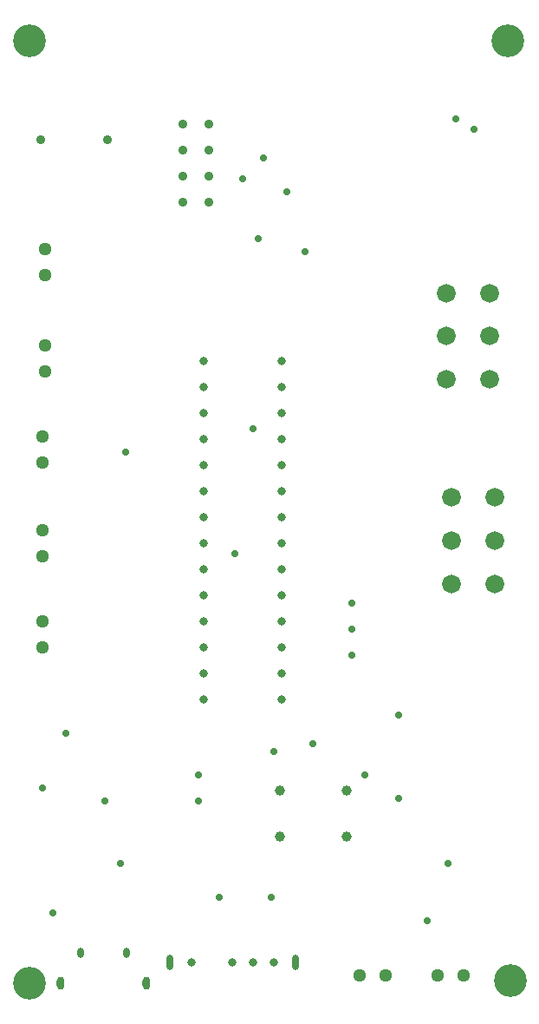
<source format=gbr>
%TF.GenerationSoftware,Altium Limited,Altium Designer,24.10.1 (45)*%
G04 Layer_Color=0*
%FSLAX25Y25*%
%MOIN*%
%TF.SameCoordinates,405BA738-95C1-4717-9A2A-605BB7F835F8*%
%TF.FilePolarity,Positive*%
%TF.FileFunction,Plated,1,2,PTH,Drill*%
%TF.Part,Single*%
G01*
G75*
%TA.AperFunction,ComponentDrill*%
%ADD71C,0.03500*%
%ADD72C,0.03600*%
%ADD73O,0.02600X0.04000*%
%ADD74O,0.03000X0.05000*%
%ADD75C,0.07200*%
%ADD76C,0.02800*%
%ADD77C,0.05100*%
%ADD78C,0.03900*%
%ADD79C,0.05100*%
%ADD80O,0.02756X0.05906*%
%ADD81C,0.03150*%
%ADD82C,0.03200*%
%TA.AperFunction,ViaDrill,NotFilled*%
%ADD83C,0.12600*%
%ADD84C,0.02800*%
D71*
X181000Y421000D02*
D03*
Y411000D02*
D03*
Y431000D02*
D03*
Y441000D02*
D03*
X171000D02*
D03*
Y431000D02*
D03*
Y421000D02*
D03*
Y411000D02*
D03*
D72*
X142000Y435000D02*
D03*
X116409D02*
D03*
D73*
X131803Y122811D02*
D03*
X149323D02*
D03*
D74*
X157000Y111000D02*
D03*
X124126D02*
D03*
D75*
X272465Y343000D02*
D03*
Y359535D02*
D03*
Y376071D02*
D03*
X289000Y343000D02*
D03*
Y359535D02*
D03*
Y376071D02*
D03*
X274465Y264465D02*
D03*
Y281000D02*
D03*
Y297535D02*
D03*
X291000Y264465D02*
D03*
Y281000D02*
D03*
Y297535D02*
D03*
D76*
X236000Y257000D02*
D03*
Y247000D02*
D03*
Y237000D02*
D03*
D77*
X118000Y356000D02*
D03*
Y346000D02*
D03*
X117000Y321000D02*
D03*
Y311000D02*
D03*
Y250000D02*
D03*
Y240000D02*
D03*
Y285000D02*
D03*
Y275000D02*
D03*
X118000Y393000D02*
D03*
Y383000D02*
D03*
D78*
X234000Y167283D02*
D03*
Y185000D02*
D03*
X208409D02*
D03*
Y167283D02*
D03*
D79*
X269000Y114000D02*
D03*
X279000D02*
D03*
X249000D02*
D03*
X239000D02*
D03*
D80*
X166039Y119000D02*
D03*
X214465D02*
D03*
D81*
X190252D02*
D03*
X198126D02*
D03*
X206000D02*
D03*
X174504D02*
D03*
D82*
X179000Y350000D02*
D03*
Y340000D02*
D03*
Y330000D02*
D03*
Y320000D02*
D03*
Y310000D02*
D03*
Y300000D02*
D03*
Y290000D02*
D03*
Y280000D02*
D03*
Y270000D02*
D03*
Y260000D02*
D03*
Y250000D02*
D03*
Y240000D02*
D03*
Y230000D02*
D03*
Y220000D02*
D03*
X209000D02*
D03*
Y230000D02*
D03*
Y240000D02*
D03*
Y250000D02*
D03*
Y260000D02*
D03*
Y270000D02*
D03*
Y280000D02*
D03*
Y290000D02*
D03*
Y300000D02*
D03*
Y310000D02*
D03*
Y320000D02*
D03*
Y330000D02*
D03*
Y340000D02*
D03*
Y350000D02*
D03*
D83*
X112000Y473000D02*
D03*
X296000D02*
D03*
X297000Y112000D02*
D03*
X112000Y111000D02*
D03*
D84*
X283000Y439000D02*
D03*
X276000Y443000D02*
D03*
X202000Y428000D02*
D03*
X194000Y420000D02*
D03*
X211000Y415000D02*
D03*
X200000Y397000D02*
D03*
X149000Y315000D02*
D03*
X177000Y181000D02*
D03*
X191000Y276000D02*
D03*
X126000Y207000D02*
D03*
X273000Y157000D02*
D03*
X254000Y214000D02*
D03*
X241000Y191000D02*
D03*
X254000Y182000D02*
D03*
X221000Y203000D02*
D03*
X206000Y200000D02*
D03*
X177000Y191000D02*
D03*
X117000Y186000D02*
D03*
X121000Y138000D02*
D03*
X147000Y157000D02*
D03*
X185000Y144000D02*
D03*
X265000Y135000D02*
D03*
X218000Y392000D02*
D03*
X198000Y324000D02*
D03*
X141000Y181000D02*
D03*
X205000Y144000D02*
D03*
%TF.MD5,a3e9f8528d742a7b08f494064d48d1fd*%
M02*

</source>
